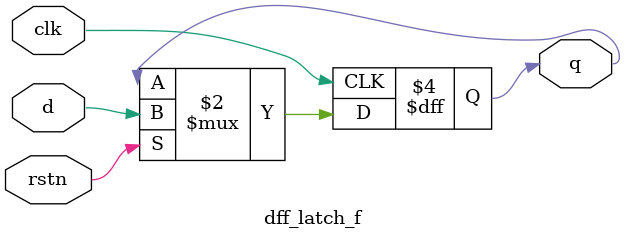
<source format=sv>
module dff_latch_f (input d,
              input rstn,
              input clk,
              output reg q);

    always @ (posedge clk or negedge rstn)
       if (rstn)
          q <= d;
        //else part is missing latch get inferred
endmodule
</source>
